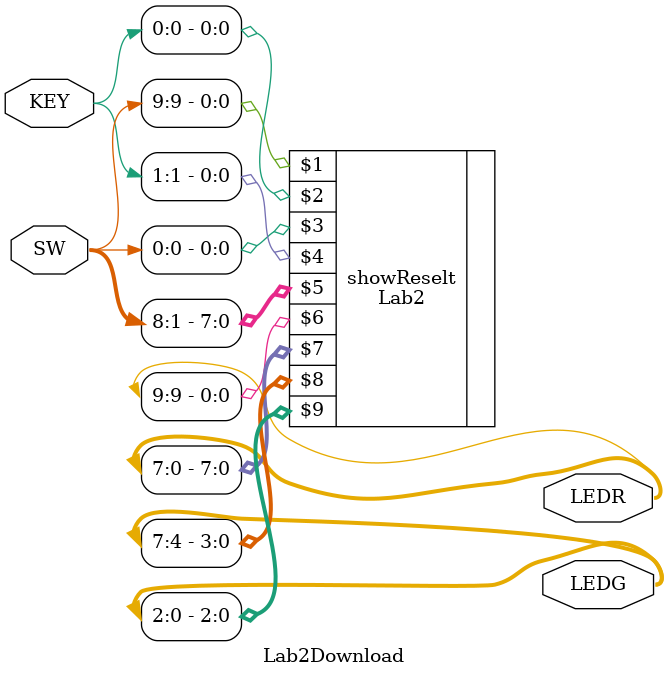
<source format=v>
module Lab2Download(
	input [9:0] SW,
	input [1:0] KEY,
	output [9:0] LEDR,
	output [7:0] LEDG
	);
	
	Lab2 showReselt(SW[9],KEY[0],SW[0], KEY[1], SW[8:1],LEDR[9],LEDR[7:0],LEDG[7:4],LEDG[2:0]);



endmodule 
</source>
